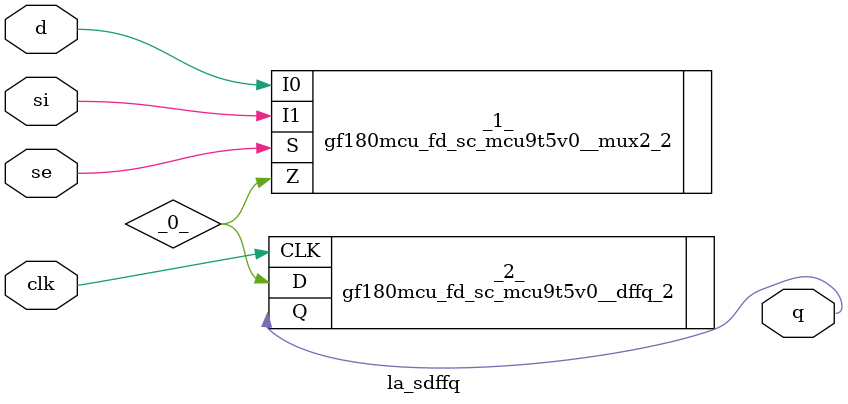
<source format=v>

/* Generated by Yosys 0.37 (git sha1 a5c7f69ed, clang 14.0.0-1ubuntu1.1 -fPIC -Os) */

module la_sdffq(d, si, se, clk, q);
  wire _0_;
  input clk;
  wire clk;
  input d;
  wire d;
  output q;
  wire q;
  input se;
  wire se;
  input si;
  wire si;
  gf180mcu_fd_sc_mcu9t5v0__mux2_2 _1_ (
    .I0(d),
    .I1(si),
    .S(se),
    .Z(_0_)
  );
  gf180mcu_fd_sc_mcu9t5v0__dffq_2 _2_ (
    .CLK(clk),
    .D(_0_),
    .Q(q)
  );
endmodule

</source>
